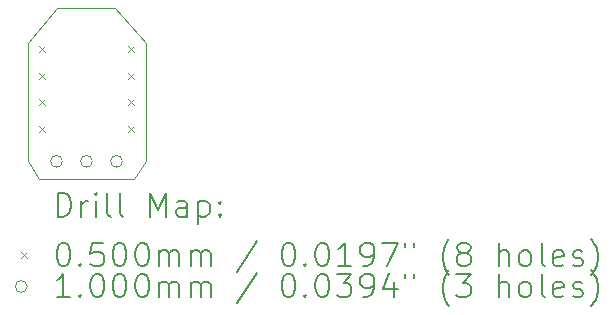
<source format=gbr>
%TF.GenerationSoftware,KiCad,Pcbnew,8.0.4*%
%TF.CreationDate,2024-08-03T18:03:16-05:00*%
%TF.ProjectId,DRV5055A4_Test_Board_V0,44525635-3035-4354-9134-5f546573745f,rev?*%
%TF.SameCoordinates,Original*%
%TF.FileFunction,Drillmap*%
%TF.FilePolarity,Positive*%
%FSLAX45Y45*%
G04 Gerber Fmt 4.5, Leading zero omitted, Abs format (unit mm)*
G04 Created by KiCad (PCBNEW 8.0.4) date 2024-08-03 18:03:16*
%MOMM*%
%LPD*%
G01*
G04 APERTURE LIST*
%ADD10C,0.100000*%
%ADD11C,0.200000*%
G04 APERTURE END LIST*
D10*
X14250000Y-9600000D02*
X14350000Y-9450000D01*
X13450000Y-9600000D02*
X14250000Y-9600000D01*
X13350000Y-9450000D02*
X13450000Y-9600000D01*
X14350000Y-8450000D02*
X14090000Y-8150000D01*
X13350000Y-8450000D02*
X13350000Y-9450000D01*
X14350000Y-9450000D02*
X14350000Y-8450000D01*
X13600000Y-8150000D02*
X13350000Y-8450000D01*
X14090000Y-8150000D02*
X13600000Y-8150000D01*
D11*
D10*
X13450000Y-8475000D02*
X13500000Y-8525000D01*
X13500000Y-8475000D02*
X13450000Y-8525000D01*
X13450000Y-8700000D02*
X13500000Y-8750000D01*
X13500000Y-8700000D02*
X13450000Y-8750000D01*
X13450000Y-8925000D02*
X13500000Y-8975000D01*
X13500000Y-8925000D02*
X13450000Y-8975000D01*
X13450000Y-9150000D02*
X13500000Y-9200000D01*
X13500000Y-9150000D02*
X13450000Y-9200000D01*
X14200000Y-8475000D02*
X14250000Y-8525000D01*
X14250000Y-8475000D02*
X14200000Y-8525000D01*
X14200000Y-8700000D02*
X14250000Y-8750000D01*
X14250000Y-8700000D02*
X14200000Y-8750000D01*
X14200000Y-8925000D02*
X14250000Y-8975000D01*
X14250000Y-8925000D02*
X14200000Y-8975000D01*
X14200000Y-9150000D02*
X14250000Y-9200000D01*
X14250000Y-9150000D02*
X14200000Y-9200000D01*
X13644500Y-9450000D02*
G75*
G02*
X13544500Y-9450000I-50000J0D01*
G01*
X13544500Y-9450000D02*
G75*
G02*
X13644500Y-9450000I50000J0D01*
G01*
X13898500Y-9450000D02*
G75*
G02*
X13798500Y-9450000I-50000J0D01*
G01*
X13798500Y-9450000D02*
G75*
G02*
X13898500Y-9450000I50000J0D01*
G01*
X14152500Y-9450000D02*
G75*
G02*
X14052500Y-9450000I-50000J0D01*
G01*
X14052500Y-9450000D02*
G75*
G02*
X14152500Y-9450000I50000J0D01*
G01*
D11*
X13605777Y-9916484D02*
X13605777Y-9716484D01*
X13605777Y-9716484D02*
X13653396Y-9716484D01*
X13653396Y-9716484D02*
X13681967Y-9726008D01*
X13681967Y-9726008D02*
X13701015Y-9745055D01*
X13701015Y-9745055D02*
X13710539Y-9764103D01*
X13710539Y-9764103D02*
X13720062Y-9802198D01*
X13720062Y-9802198D02*
X13720062Y-9830770D01*
X13720062Y-9830770D02*
X13710539Y-9868865D01*
X13710539Y-9868865D02*
X13701015Y-9887912D01*
X13701015Y-9887912D02*
X13681967Y-9906960D01*
X13681967Y-9906960D02*
X13653396Y-9916484D01*
X13653396Y-9916484D02*
X13605777Y-9916484D01*
X13805777Y-9916484D02*
X13805777Y-9783150D01*
X13805777Y-9821246D02*
X13815301Y-9802198D01*
X13815301Y-9802198D02*
X13824824Y-9792674D01*
X13824824Y-9792674D02*
X13843872Y-9783150D01*
X13843872Y-9783150D02*
X13862920Y-9783150D01*
X13929586Y-9916484D02*
X13929586Y-9783150D01*
X13929586Y-9716484D02*
X13920062Y-9726008D01*
X13920062Y-9726008D02*
X13929586Y-9735531D01*
X13929586Y-9735531D02*
X13939110Y-9726008D01*
X13939110Y-9726008D02*
X13929586Y-9716484D01*
X13929586Y-9716484D02*
X13929586Y-9735531D01*
X14053396Y-9916484D02*
X14034348Y-9906960D01*
X14034348Y-9906960D02*
X14024824Y-9887912D01*
X14024824Y-9887912D02*
X14024824Y-9716484D01*
X14158158Y-9916484D02*
X14139110Y-9906960D01*
X14139110Y-9906960D02*
X14129586Y-9887912D01*
X14129586Y-9887912D02*
X14129586Y-9716484D01*
X14386729Y-9916484D02*
X14386729Y-9716484D01*
X14386729Y-9716484D02*
X14453396Y-9859341D01*
X14453396Y-9859341D02*
X14520062Y-9716484D01*
X14520062Y-9716484D02*
X14520062Y-9916484D01*
X14701015Y-9916484D02*
X14701015Y-9811722D01*
X14701015Y-9811722D02*
X14691491Y-9792674D01*
X14691491Y-9792674D02*
X14672443Y-9783150D01*
X14672443Y-9783150D02*
X14634348Y-9783150D01*
X14634348Y-9783150D02*
X14615301Y-9792674D01*
X14701015Y-9906960D02*
X14681967Y-9916484D01*
X14681967Y-9916484D02*
X14634348Y-9916484D01*
X14634348Y-9916484D02*
X14615301Y-9906960D01*
X14615301Y-9906960D02*
X14605777Y-9887912D01*
X14605777Y-9887912D02*
X14605777Y-9868865D01*
X14605777Y-9868865D02*
X14615301Y-9849817D01*
X14615301Y-9849817D02*
X14634348Y-9840293D01*
X14634348Y-9840293D02*
X14681967Y-9840293D01*
X14681967Y-9840293D02*
X14701015Y-9830770D01*
X14796253Y-9783150D02*
X14796253Y-9983150D01*
X14796253Y-9792674D02*
X14815301Y-9783150D01*
X14815301Y-9783150D02*
X14853396Y-9783150D01*
X14853396Y-9783150D02*
X14872443Y-9792674D01*
X14872443Y-9792674D02*
X14881967Y-9802198D01*
X14881967Y-9802198D02*
X14891491Y-9821246D01*
X14891491Y-9821246D02*
X14891491Y-9878389D01*
X14891491Y-9878389D02*
X14881967Y-9897436D01*
X14881967Y-9897436D02*
X14872443Y-9906960D01*
X14872443Y-9906960D02*
X14853396Y-9916484D01*
X14853396Y-9916484D02*
X14815301Y-9916484D01*
X14815301Y-9916484D02*
X14796253Y-9906960D01*
X14977205Y-9897436D02*
X14986729Y-9906960D01*
X14986729Y-9906960D02*
X14977205Y-9916484D01*
X14977205Y-9916484D02*
X14967682Y-9906960D01*
X14967682Y-9906960D02*
X14977205Y-9897436D01*
X14977205Y-9897436D02*
X14977205Y-9916484D01*
X14977205Y-9792674D02*
X14986729Y-9802198D01*
X14986729Y-9802198D02*
X14977205Y-9811722D01*
X14977205Y-9811722D02*
X14967682Y-9802198D01*
X14967682Y-9802198D02*
X14977205Y-9792674D01*
X14977205Y-9792674D02*
X14977205Y-9811722D01*
D10*
X13295000Y-10220000D02*
X13345000Y-10270000D01*
X13345000Y-10220000D02*
X13295000Y-10270000D01*
D11*
X13643872Y-10136484D02*
X13662920Y-10136484D01*
X13662920Y-10136484D02*
X13681967Y-10146008D01*
X13681967Y-10146008D02*
X13691491Y-10155531D01*
X13691491Y-10155531D02*
X13701015Y-10174579D01*
X13701015Y-10174579D02*
X13710539Y-10212674D01*
X13710539Y-10212674D02*
X13710539Y-10260293D01*
X13710539Y-10260293D02*
X13701015Y-10298389D01*
X13701015Y-10298389D02*
X13691491Y-10317436D01*
X13691491Y-10317436D02*
X13681967Y-10326960D01*
X13681967Y-10326960D02*
X13662920Y-10336484D01*
X13662920Y-10336484D02*
X13643872Y-10336484D01*
X13643872Y-10336484D02*
X13624824Y-10326960D01*
X13624824Y-10326960D02*
X13615301Y-10317436D01*
X13615301Y-10317436D02*
X13605777Y-10298389D01*
X13605777Y-10298389D02*
X13596253Y-10260293D01*
X13596253Y-10260293D02*
X13596253Y-10212674D01*
X13596253Y-10212674D02*
X13605777Y-10174579D01*
X13605777Y-10174579D02*
X13615301Y-10155531D01*
X13615301Y-10155531D02*
X13624824Y-10146008D01*
X13624824Y-10146008D02*
X13643872Y-10136484D01*
X13796253Y-10317436D02*
X13805777Y-10326960D01*
X13805777Y-10326960D02*
X13796253Y-10336484D01*
X13796253Y-10336484D02*
X13786729Y-10326960D01*
X13786729Y-10326960D02*
X13796253Y-10317436D01*
X13796253Y-10317436D02*
X13796253Y-10336484D01*
X13986729Y-10136484D02*
X13891491Y-10136484D01*
X13891491Y-10136484D02*
X13881967Y-10231722D01*
X13881967Y-10231722D02*
X13891491Y-10222198D01*
X13891491Y-10222198D02*
X13910539Y-10212674D01*
X13910539Y-10212674D02*
X13958158Y-10212674D01*
X13958158Y-10212674D02*
X13977205Y-10222198D01*
X13977205Y-10222198D02*
X13986729Y-10231722D01*
X13986729Y-10231722D02*
X13996253Y-10250770D01*
X13996253Y-10250770D02*
X13996253Y-10298389D01*
X13996253Y-10298389D02*
X13986729Y-10317436D01*
X13986729Y-10317436D02*
X13977205Y-10326960D01*
X13977205Y-10326960D02*
X13958158Y-10336484D01*
X13958158Y-10336484D02*
X13910539Y-10336484D01*
X13910539Y-10336484D02*
X13891491Y-10326960D01*
X13891491Y-10326960D02*
X13881967Y-10317436D01*
X14120062Y-10136484D02*
X14139110Y-10136484D01*
X14139110Y-10136484D02*
X14158158Y-10146008D01*
X14158158Y-10146008D02*
X14167682Y-10155531D01*
X14167682Y-10155531D02*
X14177205Y-10174579D01*
X14177205Y-10174579D02*
X14186729Y-10212674D01*
X14186729Y-10212674D02*
X14186729Y-10260293D01*
X14186729Y-10260293D02*
X14177205Y-10298389D01*
X14177205Y-10298389D02*
X14167682Y-10317436D01*
X14167682Y-10317436D02*
X14158158Y-10326960D01*
X14158158Y-10326960D02*
X14139110Y-10336484D01*
X14139110Y-10336484D02*
X14120062Y-10336484D01*
X14120062Y-10336484D02*
X14101015Y-10326960D01*
X14101015Y-10326960D02*
X14091491Y-10317436D01*
X14091491Y-10317436D02*
X14081967Y-10298389D01*
X14081967Y-10298389D02*
X14072443Y-10260293D01*
X14072443Y-10260293D02*
X14072443Y-10212674D01*
X14072443Y-10212674D02*
X14081967Y-10174579D01*
X14081967Y-10174579D02*
X14091491Y-10155531D01*
X14091491Y-10155531D02*
X14101015Y-10146008D01*
X14101015Y-10146008D02*
X14120062Y-10136484D01*
X14310539Y-10136484D02*
X14329586Y-10136484D01*
X14329586Y-10136484D02*
X14348634Y-10146008D01*
X14348634Y-10146008D02*
X14358158Y-10155531D01*
X14358158Y-10155531D02*
X14367682Y-10174579D01*
X14367682Y-10174579D02*
X14377205Y-10212674D01*
X14377205Y-10212674D02*
X14377205Y-10260293D01*
X14377205Y-10260293D02*
X14367682Y-10298389D01*
X14367682Y-10298389D02*
X14358158Y-10317436D01*
X14358158Y-10317436D02*
X14348634Y-10326960D01*
X14348634Y-10326960D02*
X14329586Y-10336484D01*
X14329586Y-10336484D02*
X14310539Y-10336484D01*
X14310539Y-10336484D02*
X14291491Y-10326960D01*
X14291491Y-10326960D02*
X14281967Y-10317436D01*
X14281967Y-10317436D02*
X14272443Y-10298389D01*
X14272443Y-10298389D02*
X14262920Y-10260293D01*
X14262920Y-10260293D02*
X14262920Y-10212674D01*
X14262920Y-10212674D02*
X14272443Y-10174579D01*
X14272443Y-10174579D02*
X14281967Y-10155531D01*
X14281967Y-10155531D02*
X14291491Y-10146008D01*
X14291491Y-10146008D02*
X14310539Y-10136484D01*
X14462920Y-10336484D02*
X14462920Y-10203150D01*
X14462920Y-10222198D02*
X14472443Y-10212674D01*
X14472443Y-10212674D02*
X14491491Y-10203150D01*
X14491491Y-10203150D02*
X14520063Y-10203150D01*
X14520063Y-10203150D02*
X14539110Y-10212674D01*
X14539110Y-10212674D02*
X14548634Y-10231722D01*
X14548634Y-10231722D02*
X14548634Y-10336484D01*
X14548634Y-10231722D02*
X14558158Y-10212674D01*
X14558158Y-10212674D02*
X14577205Y-10203150D01*
X14577205Y-10203150D02*
X14605777Y-10203150D01*
X14605777Y-10203150D02*
X14624824Y-10212674D01*
X14624824Y-10212674D02*
X14634348Y-10231722D01*
X14634348Y-10231722D02*
X14634348Y-10336484D01*
X14729586Y-10336484D02*
X14729586Y-10203150D01*
X14729586Y-10222198D02*
X14739110Y-10212674D01*
X14739110Y-10212674D02*
X14758158Y-10203150D01*
X14758158Y-10203150D02*
X14786729Y-10203150D01*
X14786729Y-10203150D02*
X14805777Y-10212674D01*
X14805777Y-10212674D02*
X14815301Y-10231722D01*
X14815301Y-10231722D02*
X14815301Y-10336484D01*
X14815301Y-10231722D02*
X14824824Y-10212674D01*
X14824824Y-10212674D02*
X14843872Y-10203150D01*
X14843872Y-10203150D02*
X14872443Y-10203150D01*
X14872443Y-10203150D02*
X14891491Y-10212674D01*
X14891491Y-10212674D02*
X14901015Y-10231722D01*
X14901015Y-10231722D02*
X14901015Y-10336484D01*
X15291491Y-10126960D02*
X15120063Y-10384103D01*
X15548634Y-10136484D02*
X15567682Y-10136484D01*
X15567682Y-10136484D02*
X15586729Y-10146008D01*
X15586729Y-10146008D02*
X15596253Y-10155531D01*
X15596253Y-10155531D02*
X15605777Y-10174579D01*
X15605777Y-10174579D02*
X15615301Y-10212674D01*
X15615301Y-10212674D02*
X15615301Y-10260293D01*
X15615301Y-10260293D02*
X15605777Y-10298389D01*
X15605777Y-10298389D02*
X15596253Y-10317436D01*
X15596253Y-10317436D02*
X15586729Y-10326960D01*
X15586729Y-10326960D02*
X15567682Y-10336484D01*
X15567682Y-10336484D02*
X15548634Y-10336484D01*
X15548634Y-10336484D02*
X15529586Y-10326960D01*
X15529586Y-10326960D02*
X15520063Y-10317436D01*
X15520063Y-10317436D02*
X15510539Y-10298389D01*
X15510539Y-10298389D02*
X15501015Y-10260293D01*
X15501015Y-10260293D02*
X15501015Y-10212674D01*
X15501015Y-10212674D02*
X15510539Y-10174579D01*
X15510539Y-10174579D02*
X15520063Y-10155531D01*
X15520063Y-10155531D02*
X15529586Y-10146008D01*
X15529586Y-10146008D02*
X15548634Y-10136484D01*
X15701015Y-10317436D02*
X15710539Y-10326960D01*
X15710539Y-10326960D02*
X15701015Y-10336484D01*
X15701015Y-10336484D02*
X15691491Y-10326960D01*
X15691491Y-10326960D02*
X15701015Y-10317436D01*
X15701015Y-10317436D02*
X15701015Y-10336484D01*
X15834348Y-10136484D02*
X15853396Y-10136484D01*
X15853396Y-10136484D02*
X15872444Y-10146008D01*
X15872444Y-10146008D02*
X15881967Y-10155531D01*
X15881967Y-10155531D02*
X15891491Y-10174579D01*
X15891491Y-10174579D02*
X15901015Y-10212674D01*
X15901015Y-10212674D02*
X15901015Y-10260293D01*
X15901015Y-10260293D02*
X15891491Y-10298389D01*
X15891491Y-10298389D02*
X15881967Y-10317436D01*
X15881967Y-10317436D02*
X15872444Y-10326960D01*
X15872444Y-10326960D02*
X15853396Y-10336484D01*
X15853396Y-10336484D02*
X15834348Y-10336484D01*
X15834348Y-10336484D02*
X15815301Y-10326960D01*
X15815301Y-10326960D02*
X15805777Y-10317436D01*
X15805777Y-10317436D02*
X15796253Y-10298389D01*
X15796253Y-10298389D02*
X15786729Y-10260293D01*
X15786729Y-10260293D02*
X15786729Y-10212674D01*
X15786729Y-10212674D02*
X15796253Y-10174579D01*
X15796253Y-10174579D02*
X15805777Y-10155531D01*
X15805777Y-10155531D02*
X15815301Y-10146008D01*
X15815301Y-10146008D02*
X15834348Y-10136484D01*
X16091491Y-10336484D02*
X15977206Y-10336484D01*
X16034348Y-10336484D02*
X16034348Y-10136484D01*
X16034348Y-10136484D02*
X16015301Y-10165055D01*
X16015301Y-10165055D02*
X15996253Y-10184103D01*
X15996253Y-10184103D02*
X15977206Y-10193627D01*
X16186729Y-10336484D02*
X16224825Y-10336484D01*
X16224825Y-10336484D02*
X16243872Y-10326960D01*
X16243872Y-10326960D02*
X16253396Y-10317436D01*
X16253396Y-10317436D02*
X16272444Y-10288865D01*
X16272444Y-10288865D02*
X16281967Y-10250770D01*
X16281967Y-10250770D02*
X16281967Y-10174579D01*
X16281967Y-10174579D02*
X16272444Y-10155531D01*
X16272444Y-10155531D02*
X16262920Y-10146008D01*
X16262920Y-10146008D02*
X16243872Y-10136484D01*
X16243872Y-10136484D02*
X16205777Y-10136484D01*
X16205777Y-10136484D02*
X16186729Y-10146008D01*
X16186729Y-10146008D02*
X16177206Y-10155531D01*
X16177206Y-10155531D02*
X16167682Y-10174579D01*
X16167682Y-10174579D02*
X16167682Y-10222198D01*
X16167682Y-10222198D02*
X16177206Y-10241246D01*
X16177206Y-10241246D02*
X16186729Y-10250770D01*
X16186729Y-10250770D02*
X16205777Y-10260293D01*
X16205777Y-10260293D02*
X16243872Y-10260293D01*
X16243872Y-10260293D02*
X16262920Y-10250770D01*
X16262920Y-10250770D02*
X16272444Y-10241246D01*
X16272444Y-10241246D02*
X16281967Y-10222198D01*
X16348634Y-10136484D02*
X16481967Y-10136484D01*
X16481967Y-10136484D02*
X16396253Y-10336484D01*
X16548634Y-10136484D02*
X16548634Y-10174579D01*
X16624825Y-10136484D02*
X16624825Y-10174579D01*
X16920063Y-10412674D02*
X16910539Y-10403150D01*
X16910539Y-10403150D02*
X16891491Y-10374579D01*
X16891491Y-10374579D02*
X16881968Y-10355531D01*
X16881968Y-10355531D02*
X16872444Y-10326960D01*
X16872444Y-10326960D02*
X16862920Y-10279341D01*
X16862920Y-10279341D02*
X16862920Y-10241246D01*
X16862920Y-10241246D02*
X16872444Y-10193627D01*
X16872444Y-10193627D02*
X16881968Y-10165055D01*
X16881968Y-10165055D02*
X16891491Y-10146008D01*
X16891491Y-10146008D02*
X16910539Y-10117436D01*
X16910539Y-10117436D02*
X16920063Y-10107912D01*
X17024825Y-10222198D02*
X17005777Y-10212674D01*
X17005777Y-10212674D02*
X16996253Y-10203150D01*
X16996253Y-10203150D02*
X16986730Y-10184103D01*
X16986730Y-10184103D02*
X16986730Y-10174579D01*
X16986730Y-10174579D02*
X16996253Y-10155531D01*
X16996253Y-10155531D02*
X17005777Y-10146008D01*
X17005777Y-10146008D02*
X17024825Y-10136484D01*
X17024825Y-10136484D02*
X17062920Y-10136484D01*
X17062920Y-10136484D02*
X17081968Y-10146008D01*
X17081968Y-10146008D02*
X17091491Y-10155531D01*
X17091491Y-10155531D02*
X17101015Y-10174579D01*
X17101015Y-10174579D02*
X17101015Y-10184103D01*
X17101015Y-10184103D02*
X17091491Y-10203150D01*
X17091491Y-10203150D02*
X17081968Y-10212674D01*
X17081968Y-10212674D02*
X17062920Y-10222198D01*
X17062920Y-10222198D02*
X17024825Y-10222198D01*
X17024825Y-10222198D02*
X17005777Y-10231722D01*
X17005777Y-10231722D02*
X16996253Y-10241246D01*
X16996253Y-10241246D02*
X16986730Y-10260293D01*
X16986730Y-10260293D02*
X16986730Y-10298389D01*
X16986730Y-10298389D02*
X16996253Y-10317436D01*
X16996253Y-10317436D02*
X17005777Y-10326960D01*
X17005777Y-10326960D02*
X17024825Y-10336484D01*
X17024825Y-10336484D02*
X17062920Y-10336484D01*
X17062920Y-10336484D02*
X17081968Y-10326960D01*
X17081968Y-10326960D02*
X17091491Y-10317436D01*
X17091491Y-10317436D02*
X17101015Y-10298389D01*
X17101015Y-10298389D02*
X17101015Y-10260293D01*
X17101015Y-10260293D02*
X17091491Y-10241246D01*
X17091491Y-10241246D02*
X17081968Y-10231722D01*
X17081968Y-10231722D02*
X17062920Y-10222198D01*
X17339111Y-10336484D02*
X17339111Y-10136484D01*
X17424825Y-10336484D02*
X17424825Y-10231722D01*
X17424825Y-10231722D02*
X17415301Y-10212674D01*
X17415301Y-10212674D02*
X17396253Y-10203150D01*
X17396253Y-10203150D02*
X17367682Y-10203150D01*
X17367682Y-10203150D02*
X17348634Y-10212674D01*
X17348634Y-10212674D02*
X17339111Y-10222198D01*
X17548634Y-10336484D02*
X17529587Y-10326960D01*
X17529587Y-10326960D02*
X17520063Y-10317436D01*
X17520063Y-10317436D02*
X17510539Y-10298389D01*
X17510539Y-10298389D02*
X17510539Y-10241246D01*
X17510539Y-10241246D02*
X17520063Y-10222198D01*
X17520063Y-10222198D02*
X17529587Y-10212674D01*
X17529587Y-10212674D02*
X17548634Y-10203150D01*
X17548634Y-10203150D02*
X17577206Y-10203150D01*
X17577206Y-10203150D02*
X17596253Y-10212674D01*
X17596253Y-10212674D02*
X17605777Y-10222198D01*
X17605777Y-10222198D02*
X17615301Y-10241246D01*
X17615301Y-10241246D02*
X17615301Y-10298389D01*
X17615301Y-10298389D02*
X17605777Y-10317436D01*
X17605777Y-10317436D02*
X17596253Y-10326960D01*
X17596253Y-10326960D02*
X17577206Y-10336484D01*
X17577206Y-10336484D02*
X17548634Y-10336484D01*
X17729587Y-10336484D02*
X17710539Y-10326960D01*
X17710539Y-10326960D02*
X17701015Y-10307912D01*
X17701015Y-10307912D02*
X17701015Y-10136484D01*
X17881968Y-10326960D02*
X17862920Y-10336484D01*
X17862920Y-10336484D02*
X17824825Y-10336484D01*
X17824825Y-10336484D02*
X17805777Y-10326960D01*
X17805777Y-10326960D02*
X17796253Y-10307912D01*
X17796253Y-10307912D02*
X17796253Y-10231722D01*
X17796253Y-10231722D02*
X17805777Y-10212674D01*
X17805777Y-10212674D02*
X17824825Y-10203150D01*
X17824825Y-10203150D02*
X17862920Y-10203150D01*
X17862920Y-10203150D02*
X17881968Y-10212674D01*
X17881968Y-10212674D02*
X17891492Y-10231722D01*
X17891492Y-10231722D02*
X17891492Y-10250770D01*
X17891492Y-10250770D02*
X17796253Y-10269817D01*
X17967682Y-10326960D02*
X17986730Y-10336484D01*
X17986730Y-10336484D02*
X18024825Y-10336484D01*
X18024825Y-10336484D02*
X18043873Y-10326960D01*
X18043873Y-10326960D02*
X18053396Y-10307912D01*
X18053396Y-10307912D02*
X18053396Y-10298389D01*
X18053396Y-10298389D02*
X18043873Y-10279341D01*
X18043873Y-10279341D02*
X18024825Y-10269817D01*
X18024825Y-10269817D02*
X17996253Y-10269817D01*
X17996253Y-10269817D02*
X17977206Y-10260293D01*
X17977206Y-10260293D02*
X17967682Y-10241246D01*
X17967682Y-10241246D02*
X17967682Y-10231722D01*
X17967682Y-10231722D02*
X17977206Y-10212674D01*
X17977206Y-10212674D02*
X17996253Y-10203150D01*
X17996253Y-10203150D02*
X18024825Y-10203150D01*
X18024825Y-10203150D02*
X18043873Y-10212674D01*
X18120063Y-10412674D02*
X18129587Y-10403150D01*
X18129587Y-10403150D02*
X18148634Y-10374579D01*
X18148634Y-10374579D02*
X18158158Y-10355531D01*
X18158158Y-10355531D02*
X18167682Y-10326960D01*
X18167682Y-10326960D02*
X18177206Y-10279341D01*
X18177206Y-10279341D02*
X18177206Y-10241246D01*
X18177206Y-10241246D02*
X18167682Y-10193627D01*
X18167682Y-10193627D02*
X18158158Y-10165055D01*
X18158158Y-10165055D02*
X18148634Y-10146008D01*
X18148634Y-10146008D02*
X18129587Y-10117436D01*
X18129587Y-10117436D02*
X18120063Y-10107912D01*
D10*
X13345000Y-10509000D02*
G75*
G02*
X13245000Y-10509000I-50000J0D01*
G01*
X13245000Y-10509000D02*
G75*
G02*
X13345000Y-10509000I50000J0D01*
G01*
D11*
X13710539Y-10600484D02*
X13596253Y-10600484D01*
X13653396Y-10600484D02*
X13653396Y-10400484D01*
X13653396Y-10400484D02*
X13634348Y-10429055D01*
X13634348Y-10429055D02*
X13615301Y-10448103D01*
X13615301Y-10448103D02*
X13596253Y-10457627D01*
X13796253Y-10581436D02*
X13805777Y-10590960D01*
X13805777Y-10590960D02*
X13796253Y-10600484D01*
X13796253Y-10600484D02*
X13786729Y-10590960D01*
X13786729Y-10590960D02*
X13796253Y-10581436D01*
X13796253Y-10581436D02*
X13796253Y-10600484D01*
X13929586Y-10400484D02*
X13948634Y-10400484D01*
X13948634Y-10400484D02*
X13967682Y-10410008D01*
X13967682Y-10410008D02*
X13977205Y-10419531D01*
X13977205Y-10419531D02*
X13986729Y-10438579D01*
X13986729Y-10438579D02*
X13996253Y-10476674D01*
X13996253Y-10476674D02*
X13996253Y-10524293D01*
X13996253Y-10524293D02*
X13986729Y-10562389D01*
X13986729Y-10562389D02*
X13977205Y-10581436D01*
X13977205Y-10581436D02*
X13967682Y-10590960D01*
X13967682Y-10590960D02*
X13948634Y-10600484D01*
X13948634Y-10600484D02*
X13929586Y-10600484D01*
X13929586Y-10600484D02*
X13910539Y-10590960D01*
X13910539Y-10590960D02*
X13901015Y-10581436D01*
X13901015Y-10581436D02*
X13891491Y-10562389D01*
X13891491Y-10562389D02*
X13881967Y-10524293D01*
X13881967Y-10524293D02*
X13881967Y-10476674D01*
X13881967Y-10476674D02*
X13891491Y-10438579D01*
X13891491Y-10438579D02*
X13901015Y-10419531D01*
X13901015Y-10419531D02*
X13910539Y-10410008D01*
X13910539Y-10410008D02*
X13929586Y-10400484D01*
X14120062Y-10400484D02*
X14139110Y-10400484D01*
X14139110Y-10400484D02*
X14158158Y-10410008D01*
X14158158Y-10410008D02*
X14167682Y-10419531D01*
X14167682Y-10419531D02*
X14177205Y-10438579D01*
X14177205Y-10438579D02*
X14186729Y-10476674D01*
X14186729Y-10476674D02*
X14186729Y-10524293D01*
X14186729Y-10524293D02*
X14177205Y-10562389D01*
X14177205Y-10562389D02*
X14167682Y-10581436D01*
X14167682Y-10581436D02*
X14158158Y-10590960D01*
X14158158Y-10590960D02*
X14139110Y-10600484D01*
X14139110Y-10600484D02*
X14120062Y-10600484D01*
X14120062Y-10600484D02*
X14101015Y-10590960D01*
X14101015Y-10590960D02*
X14091491Y-10581436D01*
X14091491Y-10581436D02*
X14081967Y-10562389D01*
X14081967Y-10562389D02*
X14072443Y-10524293D01*
X14072443Y-10524293D02*
X14072443Y-10476674D01*
X14072443Y-10476674D02*
X14081967Y-10438579D01*
X14081967Y-10438579D02*
X14091491Y-10419531D01*
X14091491Y-10419531D02*
X14101015Y-10410008D01*
X14101015Y-10410008D02*
X14120062Y-10400484D01*
X14310539Y-10400484D02*
X14329586Y-10400484D01*
X14329586Y-10400484D02*
X14348634Y-10410008D01*
X14348634Y-10410008D02*
X14358158Y-10419531D01*
X14358158Y-10419531D02*
X14367682Y-10438579D01*
X14367682Y-10438579D02*
X14377205Y-10476674D01*
X14377205Y-10476674D02*
X14377205Y-10524293D01*
X14377205Y-10524293D02*
X14367682Y-10562389D01*
X14367682Y-10562389D02*
X14358158Y-10581436D01*
X14358158Y-10581436D02*
X14348634Y-10590960D01*
X14348634Y-10590960D02*
X14329586Y-10600484D01*
X14329586Y-10600484D02*
X14310539Y-10600484D01*
X14310539Y-10600484D02*
X14291491Y-10590960D01*
X14291491Y-10590960D02*
X14281967Y-10581436D01*
X14281967Y-10581436D02*
X14272443Y-10562389D01*
X14272443Y-10562389D02*
X14262920Y-10524293D01*
X14262920Y-10524293D02*
X14262920Y-10476674D01*
X14262920Y-10476674D02*
X14272443Y-10438579D01*
X14272443Y-10438579D02*
X14281967Y-10419531D01*
X14281967Y-10419531D02*
X14291491Y-10410008D01*
X14291491Y-10410008D02*
X14310539Y-10400484D01*
X14462920Y-10600484D02*
X14462920Y-10467150D01*
X14462920Y-10486198D02*
X14472443Y-10476674D01*
X14472443Y-10476674D02*
X14491491Y-10467150D01*
X14491491Y-10467150D02*
X14520063Y-10467150D01*
X14520063Y-10467150D02*
X14539110Y-10476674D01*
X14539110Y-10476674D02*
X14548634Y-10495722D01*
X14548634Y-10495722D02*
X14548634Y-10600484D01*
X14548634Y-10495722D02*
X14558158Y-10476674D01*
X14558158Y-10476674D02*
X14577205Y-10467150D01*
X14577205Y-10467150D02*
X14605777Y-10467150D01*
X14605777Y-10467150D02*
X14624824Y-10476674D01*
X14624824Y-10476674D02*
X14634348Y-10495722D01*
X14634348Y-10495722D02*
X14634348Y-10600484D01*
X14729586Y-10600484D02*
X14729586Y-10467150D01*
X14729586Y-10486198D02*
X14739110Y-10476674D01*
X14739110Y-10476674D02*
X14758158Y-10467150D01*
X14758158Y-10467150D02*
X14786729Y-10467150D01*
X14786729Y-10467150D02*
X14805777Y-10476674D01*
X14805777Y-10476674D02*
X14815301Y-10495722D01*
X14815301Y-10495722D02*
X14815301Y-10600484D01*
X14815301Y-10495722D02*
X14824824Y-10476674D01*
X14824824Y-10476674D02*
X14843872Y-10467150D01*
X14843872Y-10467150D02*
X14872443Y-10467150D01*
X14872443Y-10467150D02*
X14891491Y-10476674D01*
X14891491Y-10476674D02*
X14901015Y-10495722D01*
X14901015Y-10495722D02*
X14901015Y-10600484D01*
X15291491Y-10390960D02*
X15120063Y-10648103D01*
X15548634Y-10400484D02*
X15567682Y-10400484D01*
X15567682Y-10400484D02*
X15586729Y-10410008D01*
X15586729Y-10410008D02*
X15596253Y-10419531D01*
X15596253Y-10419531D02*
X15605777Y-10438579D01*
X15605777Y-10438579D02*
X15615301Y-10476674D01*
X15615301Y-10476674D02*
X15615301Y-10524293D01*
X15615301Y-10524293D02*
X15605777Y-10562389D01*
X15605777Y-10562389D02*
X15596253Y-10581436D01*
X15596253Y-10581436D02*
X15586729Y-10590960D01*
X15586729Y-10590960D02*
X15567682Y-10600484D01*
X15567682Y-10600484D02*
X15548634Y-10600484D01*
X15548634Y-10600484D02*
X15529586Y-10590960D01*
X15529586Y-10590960D02*
X15520063Y-10581436D01*
X15520063Y-10581436D02*
X15510539Y-10562389D01*
X15510539Y-10562389D02*
X15501015Y-10524293D01*
X15501015Y-10524293D02*
X15501015Y-10476674D01*
X15501015Y-10476674D02*
X15510539Y-10438579D01*
X15510539Y-10438579D02*
X15520063Y-10419531D01*
X15520063Y-10419531D02*
X15529586Y-10410008D01*
X15529586Y-10410008D02*
X15548634Y-10400484D01*
X15701015Y-10581436D02*
X15710539Y-10590960D01*
X15710539Y-10590960D02*
X15701015Y-10600484D01*
X15701015Y-10600484D02*
X15691491Y-10590960D01*
X15691491Y-10590960D02*
X15701015Y-10581436D01*
X15701015Y-10581436D02*
X15701015Y-10600484D01*
X15834348Y-10400484D02*
X15853396Y-10400484D01*
X15853396Y-10400484D02*
X15872444Y-10410008D01*
X15872444Y-10410008D02*
X15881967Y-10419531D01*
X15881967Y-10419531D02*
X15891491Y-10438579D01*
X15891491Y-10438579D02*
X15901015Y-10476674D01*
X15901015Y-10476674D02*
X15901015Y-10524293D01*
X15901015Y-10524293D02*
X15891491Y-10562389D01*
X15891491Y-10562389D02*
X15881967Y-10581436D01*
X15881967Y-10581436D02*
X15872444Y-10590960D01*
X15872444Y-10590960D02*
X15853396Y-10600484D01*
X15853396Y-10600484D02*
X15834348Y-10600484D01*
X15834348Y-10600484D02*
X15815301Y-10590960D01*
X15815301Y-10590960D02*
X15805777Y-10581436D01*
X15805777Y-10581436D02*
X15796253Y-10562389D01*
X15796253Y-10562389D02*
X15786729Y-10524293D01*
X15786729Y-10524293D02*
X15786729Y-10476674D01*
X15786729Y-10476674D02*
X15796253Y-10438579D01*
X15796253Y-10438579D02*
X15805777Y-10419531D01*
X15805777Y-10419531D02*
X15815301Y-10410008D01*
X15815301Y-10410008D02*
X15834348Y-10400484D01*
X15967682Y-10400484D02*
X16091491Y-10400484D01*
X16091491Y-10400484D02*
X16024825Y-10476674D01*
X16024825Y-10476674D02*
X16053396Y-10476674D01*
X16053396Y-10476674D02*
X16072444Y-10486198D01*
X16072444Y-10486198D02*
X16081967Y-10495722D01*
X16081967Y-10495722D02*
X16091491Y-10514770D01*
X16091491Y-10514770D02*
X16091491Y-10562389D01*
X16091491Y-10562389D02*
X16081967Y-10581436D01*
X16081967Y-10581436D02*
X16072444Y-10590960D01*
X16072444Y-10590960D02*
X16053396Y-10600484D01*
X16053396Y-10600484D02*
X15996253Y-10600484D01*
X15996253Y-10600484D02*
X15977206Y-10590960D01*
X15977206Y-10590960D02*
X15967682Y-10581436D01*
X16186729Y-10600484D02*
X16224825Y-10600484D01*
X16224825Y-10600484D02*
X16243872Y-10590960D01*
X16243872Y-10590960D02*
X16253396Y-10581436D01*
X16253396Y-10581436D02*
X16272444Y-10552865D01*
X16272444Y-10552865D02*
X16281967Y-10514770D01*
X16281967Y-10514770D02*
X16281967Y-10438579D01*
X16281967Y-10438579D02*
X16272444Y-10419531D01*
X16272444Y-10419531D02*
X16262920Y-10410008D01*
X16262920Y-10410008D02*
X16243872Y-10400484D01*
X16243872Y-10400484D02*
X16205777Y-10400484D01*
X16205777Y-10400484D02*
X16186729Y-10410008D01*
X16186729Y-10410008D02*
X16177206Y-10419531D01*
X16177206Y-10419531D02*
X16167682Y-10438579D01*
X16167682Y-10438579D02*
X16167682Y-10486198D01*
X16167682Y-10486198D02*
X16177206Y-10505246D01*
X16177206Y-10505246D02*
X16186729Y-10514770D01*
X16186729Y-10514770D02*
X16205777Y-10524293D01*
X16205777Y-10524293D02*
X16243872Y-10524293D01*
X16243872Y-10524293D02*
X16262920Y-10514770D01*
X16262920Y-10514770D02*
X16272444Y-10505246D01*
X16272444Y-10505246D02*
X16281967Y-10486198D01*
X16453396Y-10467150D02*
X16453396Y-10600484D01*
X16405777Y-10390960D02*
X16358158Y-10533817D01*
X16358158Y-10533817D02*
X16481967Y-10533817D01*
X16548634Y-10400484D02*
X16548634Y-10438579D01*
X16624825Y-10400484D02*
X16624825Y-10438579D01*
X16920063Y-10676674D02*
X16910539Y-10667150D01*
X16910539Y-10667150D02*
X16891491Y-10638579D01*
X16891491Y-10638579D02*
X16881968Y-10619531D01*
X16881968Y-10619531D02*
X16872444Y-10590960D01*
X16872444Y-10590960D02*
X16862920Y-10543341D01*
X16862920Y-10543341D02*
X16862920Y-10505246D01*
X16862920Y-10505246D02*
X16872444Y-10457627D01*
X16872444Y-10457627D02*
X16881968Y-10429055D01*
X16881968Y-10429055D02*
X16891491Y-10410008D01*
X16891491Y-10410008D02*
X16910539Y-10381436D01*
X16910539Y-10381436D02*
X16920063Y-10371912D01*
X16977206Y-10400484D02*
X17101015Y-10400484D01*
X17101015Y-10400484D02*
X17034349Y-10476674D01*
X17034349Y-10476674D02*
X17062920Y-10476674D01*
X17062920Y-10476674D02*
X17081968Y-10486198D01*
X17081968Y-10486198D02*
X17091491Y-10495722D01*
X17091491Y-10495722D02*
X17101015Y-10514770D01*
X17101015Y-10514770D02*
X17101015Y-10562389D01*
X17101015Y-10562389D02*
X17091491Y-10581436D01*
X17091491Y-10581436D02*
X17081968Y-10590960D01*
X17081968Y-10590960D02*
X17062920Y-10600484D01*
X17062920Y-10600484D02*
X17005777Y-10600484D01*
X17005777Y-10600484D02*
X16986730Y-10590960D01*
X16986730Y-10590960D02*
X16977206Y-10581436D01*
X17339111Y-10600484D02*
X17339111Y-10400484D01*
X17424825Y-10600484D02*
X17424825Y-10495722D01*
X17424825Y-10495722D02*
X17415301Y-10476674D01*
X17415301Y-10476674D02*
X17396253Y-10467150D01*
X17396253Y-10467150D02*
X17367682Y-10467150D01*
X17367682Y-10467150D02*
X17348634Y-10476674D01*
X17348634Y-10476674D02*
X17339111Y-10486198D01*
X17548634Y-10600484D02*
X17529587Y-10590960D01*
X17529587Y-10590960D02*
X17520063Y-10581436D01*
X17520063Y-10581436D02*
X17510539Y-10562389D01*
X17510539Y-10562389D02*
X17510539Y-10505246D01*
X17510539Y-10505246D02*
X17520063Y-10486198D01*
X17520063Y-10486198D02*
X17529587Y-10476674D01*
X17529587Y-10476674D02*
X17548634Y-10467150D01*
X17548634Y-10467150D02*
X17577206Y-10467150D01*
X17577206Y-10467150D02*
X17596253Y-10476674D01*
X17596253Y-10476674D02*
X17605777Y-10486198D01*
X17605777Y-10486198D02*
X17615301Y-10505246D01*
X17615301Y-10505246D02*
X17615301Y-10562389D01*
X17615301Y-10562389D02*
X17605777Y-10581436D01*
X17605777Y-10581436D02*
X17596253Y-10590960D01*
X17596253Y-10590960D02*
X17577206Y-10600484D01*
X17577206Y-10600484D02*
X17548634Y-10600484D01*
X17729587Y-10600484D02*
X17710539Y-10590960D01*
X17710539Y-10590960D02*
X17701015Y-10571912D01*
X17701015Y-10571912D02*
X17701015Y-10400484D01*
X17881968Y-10590960D02*
X17862920Y-10600484D01*
X17862920Y-10600484D02*
X17824825Y-10600484D01*
X17824825Y-10600484D02*
X17805777Y-10590960D01*
X17805777Y-10590960D02*
X17796253Y-10571912D01*
X17796253Y-10571912D02*
X17796253Y-10495722D01*
X17796253Y-10495722D02*
X17805777Y-10476674D01*
X17805777Y-10476674D02*
X17824825Y-10467150D01*
X17824825Y-10467150D02*
X17862920Y-10467150D01*
X17862920Y-10467150D02*
X17881968Y-10476674D01*
X17881968Y-10476674D02*
X17891492Y-10495722D01*
X17891492Y-10495722D02*
X17891492Y-10514770D01*
X17891492Y-10514770D02*
X17796253Y-10533817D01*
X17967682Y-10590960D02*
X17986730Y-10600484D01*
X17986730Y-10600484D02*
X18024825Y-10600484D01*
X18024825Y-10600484D02*
X18043873Y-10590960D01*
X18043873Y-10590960D02*
X18053396Y-10571912D01*
X18053396Y-10571912D02*
X18053396Y-10562389D01*
X18053396Y-10562389D02*
X18043873Y-10543341D01*
X18043873Y-10543341D02*
X18024825Y-10533817D01*
X18024825Y-10533817D02*
X17996253Y-10533817D01*
X17996253Y-10533817D02*
X17977206Y-10524293D01*
X17977206Y-10524293D02*
X17967682Y-10505246D01*
X17967682Y-10505246D02*
X17967682Y-10495722D01*
X17967682Y-10495722D02*
X17977206Y-10476674D01*
X17977206Y-10476674D02*
X17996253Y-10467150D01*
X17996253Y-10467150D02*
X18024825Y-10467150D01*
X18024825Y-10467150D02*
X18043873Y-10476674D01*
X18120063Y-10676674D02*
X18129587Y-10667150D01*
X18129587Y-10667150D02*
X18148634Y-10638579D01*
X18148634Y-10638579D02*
X18158158Y-10619531D01*
X18158158Y-10619531D02*
X18167682Y-10590960D01*
X18167682Y-10590960D02*
X18177206Y-10543341D01*
X18177206Y-10543341D02*
X18177206Y-10505246D01*
X18177206Y-10505246D02*
X18167682Y-10457627D01*
X18167682Y-10457627D02*
X18158158Y-10429055D01*
X18158158Y-10429055D02*
X18148634Y-10410008D01*
X18148634Y-10410008D02*
X18129587Y-10381436D01*
X18129587Y-10381436D02*
X18120063Y-10371912D01*
M02*

</source>
